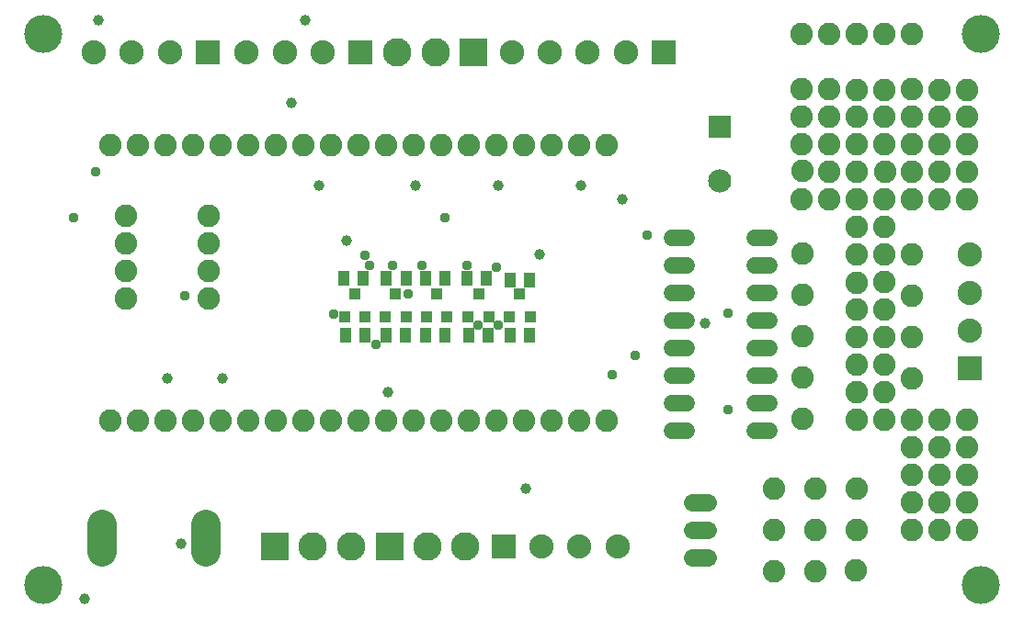
<source format=gbr>
G04 EAGLE Gerber RS-274X export*
G75*
%MOMM*%
%FSLAX34Y34*%
%LPD*%
%INSoldermask Top*%
%IPPOS*%
%AMOC8*
5,1,8,0,0,1.08239X$1,22.5*%
G01*
%ADD10C,2.082800*%
%ADD11R,2.235200X2.235200*%
%ADD12C,2.235200*%
%ADD13C,1.524000*%
%ADD14R,2.616200X2.616200*%
%ADD15C,2.616200*%
%ADD16R,1.003200X1.103200*%
%ADD17R,1.003200X1.403200*%
%ADD18C,3.505200*%
%ADD19C,1.625600*%
%ADD20C,2.133600*%
%ADD21R,2.133600X2.133600*%
%ADD22C,2.743200*%
%ADD23C,0.990600*%
%ADD24C,0.959600*%


D10*
X99732Y190076D03*
X125132Y190076D03*
X150532Y190076D03*
X175932Y190076D03*
X201332Y190076D03*
X226732Y190076D03*
X252132Y190076D03*
X277532Y190076D03*
X302932Y190076D03*
X328332Y190076D03*
X353732Y190076D03*
X379132Y190076D03*
X404532Y190076D03*
X429932Y190076D03*
X455332Y190076D03*
X480732Y190076D03*
X506132Y190076D03*
X531532Y190076D03*
X556932Y190076D03*
X556932Y444076D03*
X531532Y444076D03*
X506132Y444076D03*
X480732Y444076D03*
X455332Y444076D03*
X429932Y444076D03*
X404532Y444076D03*
X379132Y444076D03*
X353732Y444076D03*
X328332Y444076D03*
X302932Y444076D03*
X277532Y444076D03*
X252132Y444076D03*
X226732Y444076D03*
X201332Y444076D03*
X175932Y444076D03*
X150532Y444076D03*
X125132Y444076D03*
X99732Y444076D03*
D11*
X891240Y237740D03*
D12*
X891240Y272740D03*
X891240Y307740D03*
X891240Y342740D03*
D10*
X737514Y344132D03*
X787400Y444500D03*
X863600Y393700D03*
X812800Y444500D03*
X736600Y444500D03*
X787375Y316916D03*
X737222Y419862D03*
X737514Y229832D03*
X737514Y191732D03*
X737514Y306032D03*
X762000Y444500D03*
X838200Y419100D03*
X736600Y393700D03*
X889000Y419100D03*
X761543Y419291D03*
X863600Y469900D03*
X711200Y50800D03*
X711200Y88900D03*
X838200Y393700D03*
X838200Y444500D03*
X749300Y50800D03*
X749300Y88900D03*
X787184Y494957D03*
X812800Y342900D03*
X787400Y469900D03*
X889000Y393700D03*
X863740Y494221D03*
X838200Y469900D03*
X812800Y469900D03*
X838111Y495135D03*
X812825Y494957D03*
X863600Y444500D03*
X736600Y469900D03*
X762000Y469900D03*
X787400Y368300D03*
X787400Y342900D03*
X761721Y495643D03*
X813194Y418871D03*
X812800Y393700D03*
X812800Y368300D03*
X787400Y419100D03*
X889000Y469900D03*
X889000Y444500D03*
X736600Y495300D03*
X786587Y51422D03*
X787400Y88900D03*
X888848Y494944D03*
X863346Y419570D03*
X762000Y393700D03*
X787400Y393700D03*
X838200Y228600D03*
X838200Y266700D03*
X838200Y304800D03*
X838200Y342900D03*
D13*
X630506Y358071D02*
X617298Y358071D01*
X617298Y332671D02*
X630506Y332671D01*
X630506Y307271D02*
X617298Y307271D01*
X617298Y281871D02*
X630506Y281871D01*
X630506Y256471D02*
X617298Y256471D01*
X617298Y231071D02*
X630506Y231071D01*
X630506Y205671D02*
X617298Y205671D01*
X617298Y180271D02*
X630506Y180271D01*
X693498Y180271D02*
X706706Y180271D01*
X706706Y205671D02*
X693498Y205671D01*
X693498Y231071D02*
X706706Y231071D01*
X706706Y256471D02*
X693498Y256471D01*
X693498Y281871D02*
X706706Y281871D01*
X706706Y307271D02*
X693498Y307271D01*
X693498Y332671D02*
X706706Y332671D01*
X706706Y358071D02*
X693498Y358071D01*
D11*
X330397Y529231D03*
D12*
X295397Y529231D03*
X260397Y529231D03*
X225397Y529231D03*
D11*
X189537Y529231D03*
D12*
X154537Y529231D03*
X119537Y529231D03*
X84537Y529231D03*
D11*
X461707Y73381D03*
D12*
X496707Y73381D03*
X531707Y73381D03*
X566707Y73381D03*
D10*
X114300Y302260D03*
X190500Y302260D03*
X190500Y378460D03*
X114300Y378460D03*
X114300Y327660D03*
X190500Y327660D03*
X190500Y353060D03*
X114300Y353060D03*
X787400Y546100D03*
X736600Y546100D03*
X762000Y546100D03*
D14*
X434237Y529231D03*
D15*
X399237Y529231D03*
X364237Y529231D03*
D14*
X251307Y73381D03*
D15*
X286307Y73381D03*
X321307Y73381D03*
D16*
X400274Y306414D03*
X409774Y285414D03*
X390774Y285414D03*
D17*
X390258Y268236D03*
X408258Y268236D03*
X390004Y321068D03*
X408004Y321068D03*
D16*
X362428Y306414D03*
X371928Y285414D03*
X352928Y285414D03*
D17*
X353428Y268744D03*
X371428Y268744D03*
X371936Y320814D03*
X353936Y320814D03*
D16*
X324836Y306414D03*
X334336Y285414D03*
X315336Y285414D03*
D17*
X316090Y268490D03*
X334090Y268490D03*
X332820Y321068D03*
X314820Y321068D03*
D16*
X438882Y306414D03*
X448382Y285414D03*
X429382Y285414D03*
D17*
X429882Y268236D03*
X447882Y268236D03*
X428104Y321068D03*
X446104Y321068D03*
D16*
X476728Y306414D03*
X486228Y285414D03*
X467228Y285414D03*
D17*
X467728Y268744D03*
X485728Y268744D03*
X467728Y319544D03*
X485728Y319544D03*
D11*
X609537Y529231D03*
D12*
X574537Y529231D03*
X539537Y529231D03*
X504537Y529231D03*
X469537Y529231D03*
D18*
X901700Y546100D03*
X38100Y546100D03*
X901700Y38100D03*
X38100Y38100D03*
D19*
X635508Y63500D02*
X649732Y63500D01*
X649732Y88900D02*
X635508Y88900D01*
X635508Y114300D02*
X649732Y114300D01*
D14*
X356707Y73381D03*
D15*
X391707Y73381D03*
X426707Y73381D03*
D20*
X660838Y410571D03*
D21*
X660838Y460571D03*
D10*
X711200Y127000D03*
X749300Y127000D03*
X787400Y127000D03*
X737514Y267932D03*
X812800Y546100D03*
X838200Y546100D03*
X787400Y292100D03*
X812800Y292100D03*
X787400Y266700D03*
X787400Y241300D03*
X812800Y241300D03*
X787400Y215900D03*
X812800Y266700D03*
X812800Y190500D03*
X787400Y190500D03*
X812800Y215900D03*
X838200Y190500D03*
X838200Y165100D03*
X863600Y190500D03*
X863600Y165100D03*
X889000Y190500D03*
X889000Y139700D03*
X889000Y165100D03*
X863600Y114300D03*
X838200Y114300D03*
X838200Y139700D03*
X863600Y139700D03*
X889000Y114300D03*
X889000Y88900D03*
X838200Y88900D03*
X863600Y88900D03*
X812800Y317500D03*
D22*
X92200Y94300D02*
X92200Y68900D01*
X187450Y68900D02*
X187450Y94300D01*
D23*
X292100Y406400D03*
X381000Y406400D03*
X457200Y406400D03*
X355600Y215900D03*
X533400Y406400D03*
X203200Y228600D03*
X152400Y228600D03*
X165100Y76200D03*
X76200Y25400D03*
X482600Y127000D03*
X317500Y355600D03*
X495300Y342900D03*
X571500Y393700D03*
X88900Y558800D03*
X279400Y558800D03*
X266700Y482600D03*
X647700Y279400D03*
D24*
X668909Y288735D03*
X668909Y200089D03*
X407480Y376809D03*
X457137Y277495D03*
X438150Y277495D03*
X167958Y305245D03*
X305245Y287719D03*
X582740Y249746D03*
X373888Y306705D03*
X344678Y259969D03*
X562293Y232220D03*
X594424Y360744D03*
X334455Y341757D03*
X65723Y376809D03*
X86170Y419164D03*
X338836Y332994D03*
X359283Y332994D03*
X387033Y332994D03*
X455676Y331534D03*
X427927Y332994D03*
M02*

</source>
